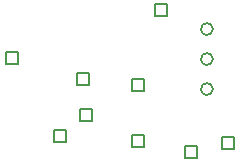
<source format=gbr>
%TF.GenerationSoftware,Altium Limited,Altium Designer,25.7.1 (20)*%
G04 Layer_Color=2752767*
%FSLAX45Y45*%
%MOMM*%
%TF.SameCoordinates,D7271FF7-ADEE-4A75-9EE6-9E67876EE782*%
%TF.FilePolarity,Positive*%
%TF.FileFunction,Drawing*%
%TF.Part,Single*%
G01*
G75*
%TA.AperFunction,NonConductor*%
%ADD48C,0.12700*%
%ADD49C,0.16933*%
D48*
X335280Y1358900D02*
Y1460500D01*
X436880D01*
Y1358900D01*
X335280D01*
X1589200Y1759200D02*
Y1860800D01*
X1690800D01*
Y1759200D01*
X1589200D01*
X1399200Y1129200D02*
Y1230800D01*
X1500800D01*
Y1129200D01*
X1399200D01*
X2163740Y633900D02*
Y735500D01*
X2265340D01*
Y633900D01*
X2163740D01*
X932180Y1178560D02*
Y1280160D01*
X1033780D01*
Y1178560D01*
X932180D01*
X734060Y690880D02*
Y792480D01*
X835660D01*
Y690880D01*
X734060D01*
X955040Y868680D02*
Y970280D01*
X1056640D01*
Y868680D01*
X955040D01*
X1399540Y650240D02*
Y751840D01*
X1501140D01*
Y650240D01*
X1399540D01*
X1846580Y556260D02*
Y657860D01*
X1948180D01*
Y556260D01*
X1846580D01*
D49*
X2082800Y1651000D02*
G03*
X2082800Y1651000I-50800J0D01*
G01*
Y1143000D02*
G03*
X2082800Y1143000I-50800J0D01*
G01*
Y1397000D02*
G03*
X2082800Y1397000I-50800J0D01*
G01*
%TF.MD5,5f474692329c4fe7693a9885236247f1*%
M02*

</source>
